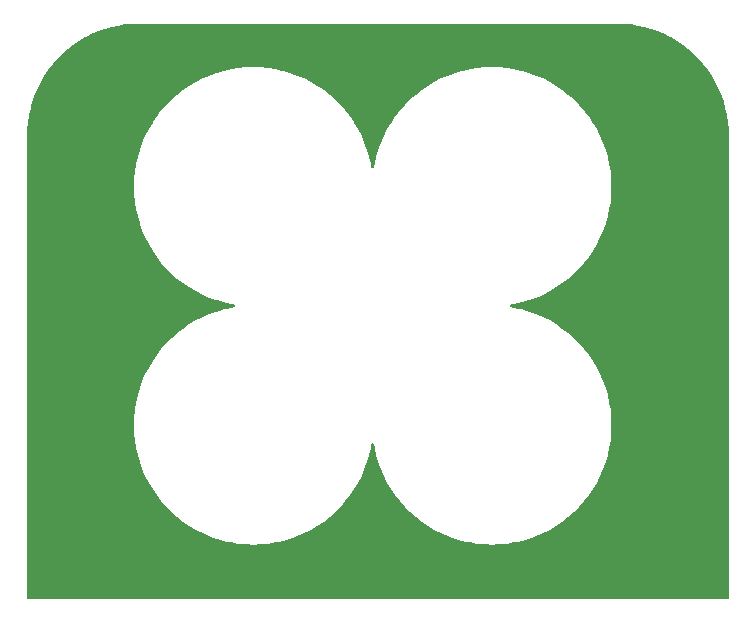
<source format=gbr>
%TF.GenerationSoftware,KiCad,Pcbnew,6.0.4-6f826c9f35~116~ubuntu20.04.1*%
%TF.CreationDate,2022-07-25T08:17:11+00:00*%
%TF.ProjectId,4XLTO1865V02A,34584c54-4f31-4383-9635-563032412e6b,rev?*%
%TF.SameCoordinates,Original*%
%TF.FileFunction,Copper,L1,Top*%
%TF.FilePolarity,Positive*%
%FSLAX46Y46*%
G04 Gerber Fmt 4.6, Leading zero omitted, Abs format (unit mm)*
G04 Created by KiCad (PCBNEW 6.0.4-6f826c9f35~116~ubuntu20.04.1) date 2022-07-25 08:17:11*
%MOMM*%
%LPD*%
G01*
G04 APERTURE LIST*
%TA.AperFunction,ComponentPad*%
%ADD10R,1.524000X1.524000*%
%TD*%
G04 APERTURE END LIST*
D10*
%TO.P,J2,1*%
%TO.N,GND*%
X9810000Y4500000D03*
%TO.P,J2,2*%
X7270000Y4500000D03*
%TO.P,J2,3*%
X4730000Y4500000D03*
%TO.P,J2,4*%
X2190000Y4500000D03*
%TD*%
%TO.P,J3,1*%
%TO.N,GND*%
X58770000Y4500000D03*
%TO.P,J3,2*%
X56230000Y4500000D03*
%TO.P,J3,3*%
X53690000Y4500000D03*
%TO.P,J3,4*%
X51150000Y4500000D03*
%TD*%
%TA.AperFunction,Conductor*%
%TO.N,GND*%
G36*
X50676057Y49490500D02*
G01*
X50690858Y49488195D01*
X50690861Y49488195D01*
X50699730Y49486814D01*
X50708632Y49487978D01*
X50708634Y49487978D01*
X50717974Y49489200D01*
X50722810Y49489832D01*
X50743103Y49490834D01*
X50827046Y49488196D01*
X51298050Y49473394D01*
X51305950Y49472897D01*
X51641627Y49441166D01*
X51891729Y49417525D01*
X51899564Y49416535D01*
X52480718Y49324490D01*
X52488486Y49323007D01*
X53062707Y49194653D01*
X53070374Y49192685D01*
X53340915Y49114086D01*
X53635399Y49028530D01*
X53642902Y49026092D01*
X54196528Y48826775D01*
X54203856Y48823873D01*
X54743876Y48590186D01*
X54751008Y48586830D01*
X55187378Y48364488D01*
X55275277Y48319701D01*
X55282213Y48315888D01*
X55788669Y48016371D01*
X55795352Y48012129D01*
X56281985Y47681414D01*
X56288376Y47676772D01*
X56753315Y47316128D01*
X56759394Y47311098D01*
X57200756Y46921985D01*
X57206526Y46916566D01*
X57622566Y46500526D01*
X57627985Y46494756D01*
X58017098Y46053394D01*
X58022128Y46047315D01*
X58382772Y45582376D01*
X58387414Y45575985D01*
X58718129Y45089352D01*
X58722371Y45082669D01*
X59021888Y44576213D01*
X59025701Y44569277D01*
X59032202Y44556519D01*
X59292830Y44045008D01*
X59296186Y44037876D01*
X59529873Y43497856D01*
X59532775Y43490528D01*
X59663441Y43127589D01*
X59732088Y42936915D01*
X59734534Y42929387D01*
X59898685Y42364374D01*
X59900653Y42356707D01*
X60029007Y41782486D01*
X60030490Y41774718D01*
X60051808Y41640123D01*
X60122534Y41193573D01*
X60123525Y41185729D01*
X60130554Y41111368D01*
X60178897Y40599950D01*
X60179394Y40592050D01*
X60196596Y40044668D01*
X60195158Y40021327D01*
X60192814Y40006270D01*
X60193978Y39997368D01*
X60193978Y39997365D01*
X60196936Y39974749D01*
X60198000Y39958411D01*
X60198000Y888000D01*
X60177998Y819879D01*
X60124342Y773386D01*
X60072000Y762000D01*
X888000Y762000D01*
X819879Y782002D01*
X773386Y835658D01*
X762000Y888000D01*
X762000Y15494000D01*
X9818510Y15494000D01*
X9838467Y14858969D01*
X9898258Y14226444D01*
X9997648Y13598921D01*
X10136244Y12978877D01*
X10313499Y12368760D01*
X10314162Y12366919D01*
X10314167Y12366903D01*
X10528046Y11772834D01*
X10528715Y11770976D01*
X10781041Y11187885D01*
X11069481Y10621789D01*
X11392898Y10074921D01*
X11750015Y9549440D01*
X12139422Y9047419D01*
X12559583Y8570840D01*
X13008840Y8121583D01*
X13485419Y7701422D01*
X13987440Y7312015D01*
X14512921Y6954898D01*
X15059789Y6631481D01*
X15625885Y6343041D01*
X16208976Y6090715D01*
X16210832Y6090047D01*
X16210834Y6090046D01*
X16804903Y5876167D01*
X16804919Y5876162D01*
X16806760Y5875499D01*
X16808642Y5874952D01*
X16808655Y5874948D01*
X17414970Y5698798D01*
X17416877Y5698244D01*
X17418797Y5697815D01*
X17418808Y5697812D01*
X17726899Y5628946D01*
X18036921Y5559648D01*
X18038877Y5559338D01*
X18038878Y5559338D01*
X18662485Y5460568D01*
X18662494Y5460567D01*
X18664444Y5460258D01*
X18666413Y5460072D01*
X18666420Y5460071D01*
X19295018Y5400651D01*
X19295031Y5400650D01*
X19296969Y5400467D01*
X19298914Y5400406D01*
X19298928Y5400405D01*
X19582725Y5391487D01*
X19773218Y5385500D01*
X20090782Y5385500D01*
X20281275Y5391487D01*
X20565072Y5400405D01*
X20565086Y5400406D01*
X20567031Y5400467D01*
X20568969Y5400650D01*
X20568982Y5400651D01*
X21197580Y5460071D01*
X21197587Y5460072D01*
X21199556Y5460258D01*
X21201506Y5460567D01*
X21201515Y5460568D01*
X21825122Y5559338D01*
X21825123Y5559338D01*
X21827079Y5559648D01*
X22137101Y5628946D01*
X22445192Y5697812D01*
X22445203Y5697815D01*
X22447123Y5698244D01*
X22449030Y5698798D01*
X23055345Y5874948D01*
X23055358Y5874952D01*
X23057240Y5875499D01*
X23059081Y5876162D01*
X23059097Y5876167D01*
X23653166Y6090046D01*
X23653168Y6090047D01*
X23655024Y6090715D01*
X24238115Y6343041D01*
X24804211Y6631481D01*
X25351079Y6954898D01*
X25876560Y7312015D01*
X26378581Y7701422D01*
X26855160Y8121583D01*
X27304417Y8570840D01*
X27724578Y9047419D01*
X28113985Y9549440D01*
X28471102Y10074921D01*
X28794519Y10621789D01*
X29082959Y11187885D01*
X29335285Y11770976D01*
X29335954Y11772834D01*
X29549833Y12366903D01*
X29549838Y12366919D01*
X29550501Y12368760D01*
X29727756Y12978877D01*
X29866352Y13598921D01*
X29907551Y13859041D01*
X29937964Y13923194D01*
X29998232Y13960721D01*
X30069221Y13959707D01*
X30128393Y13920474D01*
X30156449Y13859041D01*
X30197648Y13598921D01*
X30336244Y12978877D01*
X30513499Y12368760D01*
X30514162Y12366919D01*
X30514167Y12366903D01*
X30728046Y11772834D01*
X30728715Y11770976D01*
X30981041Y11187885D01*
X31269481Y10621789D01*
X31592898Y10074921D01*
X31950015Y9549440D01*
X32339422Y9047419D01*
X32759583Y8570840D01*
X33208840Y8121583D01*
X33685419Y7701422D01*
X34187440Y7312015D01*
X34712921Y6954898D01*
X35259789Y6631481D01*
X35825885Y6343041D01*
X36408976Y6090715D01*
X36410832Y6090047D01*
X36410834Y6090046D01*
X37004903Y5876167D01*
X37004919Y5876162D01*
X37006760Y5875499D01*
X37008642Y5874952D01*
X37008655Y5874948D01*
X37614970Y5698798D01*
X37616877Y5698244D01*
X37618797Y5697815D01*
X37618808Y5697812D01*
X37926899Y5628946D01*
X38236921Y5559648D01*
X38238877Y5559338D01*
X38238878Y5559338D01*
X38862485Y5460568D01*
X38862494Y5460567D01*
X38864444Y5460258D01*
X38866413Y5460072D01*
X38866420Y5460071D01*
X39495018Y5400651D01*
X39495031Y5400650D01*
X39496969Y5400467D01*
X39498914Y5400406D01*
X39498928Y5400405D01*
X39782725Y5391487D01*
X39973218Y5385500D01*
X40290782Y5385500D01*
X40481275Y5391487D01*
X40765072Y5400405D01*
X40765086Y5400406D01*
X40767031Y5400467D01*
X40768969Y5400650D01*
X40768982Y5400651D01*
X41397580Y5460071D01*
X41397587Y5460072D01*
X41399556Y5460258D01*
X41401506Y5460567D01*
X41401515Y5460568D01*
X42025122Y5559338D01*
X42025123Y5559338D01*
X42027079Y5559648D01*
X42337101Y5628946D01*
X42645192Y5697812D01*
X42645203Y5697815D01*
X42647123Y5698244D01*
X42649030Y5698798D01*
X43255345Y5874948D01*
X43255358Y5874952D01*
X43257240Y5875499D01*
X43259081Y5876162D01*
X43259097Y5876167D01*
X43853166Y6090046D01*
X43853168Y6090047D01*
X43855024Y6090715D01*
X44438115Y6343041D01*
X45004211Y6631481D01*
X45551079Y6954898D01*
X46076560Y7312015D01*
X46578581Y7701422D01*
X47055160Y8121583D01*
X47504417Y8570840D01*
X47924578Y9047419D01*
X48313985Y9549440D01*
X48671102Y10074921D01*
X48994519Y10621789D01*
X49282959Y11187885D01*
X49535285Y11770976D01*
X49535954Y11772834D01*
X49749833Y12366903D01*
X49749838Y12366919D01*
X49750501Y12368760D01*
X49927756Y12978877D01*
X50066352Y13598921D01*
X50165742Y14226444D01*
X50225533Y14858969D01*
X50245490Y15494000D01*
X50225533Y16129031D01*
X50165742Y16761556D01*
X50066352Y17389079D01*
X49927756Y18009123D01*
X49750501Y18619240D01*
X49749838Y18621081D01*
X49749833Y18621097D01*
X49535954Y19215166D01*
X49535953Y19215168D01*
X49535285Y19217024D01*
X49282959Y19800115D01*
X48994519Y20366211D01*
X48671102Y20913079D01*
X48313985Y21438560D01*
X47924578Y21940581D01*
X47504417Y22417160D01*
X47055160Y22866417D01*
X46578581Y23286578D01*
X46076560Y23675985D01*
X45551079Y24033102D01*
X45004211Y24356519D01*
X44438115Y24644959D01*
X43855024Y24897285D01*
X43853166Y24897954D01*
X43259097Y25111833D01*
X43259081Y25111838D01*
X43257240Y25112501D01*
X43255358Y25113048D01*
X43255345Y25113052D01*
X42649030Y25289202D01*
X42649029Y25289202D01*
X42647123Y25289756D01*
X42645203Y25290185D01*
X42645192Y25290188D01*
X42337101Y25359054D01*
X42027079Y25428352D01*
X41766959Y25469551D01*
X41702806Y25499964D01*
X41665279Y25560232D01*
X41666293Y25631221D01*
X41705526Y25690393D01*
X41766959Y25718449D01*
X42025122Y25759338D01*
X42025123Y25759338D01*
X42027079Y25759648D01*
X42337101Y25828946D01*
X42645192Y25897812D01*
X42645203Y25897815D01*
X42647123Y25898244D01*
X42649030Y25898798D01*
X43255345Y26074948D01*
X43255358Y26074952D01*
X43257240Y26075499D01*
X43259081Y26076162D01*
X43259097Y26076167D01*
X43853166Y26290046D01*
X43853168Y26290047D01*
X43855024Y26290715D01*
X44438115Y26543041D01*
X45004211Y26831481D01*
X45551079Y27154898D01*
X46076560Y27512015D01*
X46578581Y27901422D01*
X47055160Y28321583D01*
X47504417Y28770840D01*
X47924578Y29247419D01*
X48313985Y29749440D01*
X48671102Y30274921D01*
X48994519Y30821789D01*
X49282959Y31387885D01*
X49535285Y31970976D01*
X49535954Y31972834D01*
X49749833Y32566903D01*
X49749838Y32566919D01*
X49750501Y32568760D01*
X49927756Y33178877D01*
X50066352Y33798921D01*
X50165742Y34426444D01*
X50225533Y35058969D01*
X50245490Y35694000D01*
X50225533Y36329031D01*
X50165742Y36961556D01*
X50066352Y37589079D01*
X49927756Y38209123D01*
X49750501Y38819240D01*
X49749838Y38821081D01*
X49749833Y38821097D01*
X49535954Y39415166D01*
X49535953Y39415168D01*
X49535285Y39417024D01*
X49301479Y39957319D01*
X49283741Y39998308D01*
X49283740Y39998309D01*
X49282959Y40000115D01*
X48994519Y40566211D01*
X48671102Y41113079D01*
X48621735Y41185720D01*
X48315097Y41636924D01*
X48315094Y41636928D01*
X48313985Y41638560D01*
X48205341Y41778624D01*
X47925791Y42139017D01*
X47924578Y42140581D01*
X47504417Y42617160D01*
X47055160Y43066417D01*
X46578581Y43486578D01*
X46429808Y43601978D01*
X46078123Y43874773D01*
X46078115Y43874779D01*
X46076560Y43875985D01*
X45827829Y44045023D01*
X45552714Y44231991D01*
X45552711Y44231993D01*
X45551079Y44233102D01*
X45004211Y44556519D01*
X44438115Y44844959D01*
X43855024Y45097285D01*
X43853166Y45097954D01*
X43259097Y45311833D01*
X43259081Y45311838D01*
X43257240Y45312501D01*
X43255358Y45313048D01*
X43255345Y45313052D01*
X42649030Y45489202D01*
X42649029Y45489202D01*
X42647123Y45489756D01*
X42645203Y45490185D01*
X42645192Y45490188D01*
X42246713Y45579258D01*
X42027079Y45628352D01*
X42025122Y45628662D01*
X41401515Y45727432D01*
X41401506Y45727433D01*
X41399556Y45727742D01*
X41397587Y45727928D01*
X41397580Y45727929D01*
X40768982Y45787349D01*
X40768969Y45787350D01*
X40767031Y45787533D01*
X40765086Y45787594D01*
X40765072Y45787595D01*
X40481275Y45796513D01*
X40290782Y45802500D01*
X39973218Y45802500D01*
X39782725Y45796513D01*
X39498928Y45787595D01*
X39498914Y45787594D01*
X39496969Y45787533D01*
X39495031Y45787350D01*
X39495018Y45787349D01*
X38866420Y45727929D01*
X38866413Y45727928D01*
X38864444Y45727742D01*
X38862494Y45727433D01*
X38862485Y45727432D01*
X38238878Y45628662D01*
X38236921Y45628352D01*
X38017287Y45579258D01*
X37618808Y45490188D01*
X37618797Y45490185D01*
X37616877Y45489756D01*
X37614971Y45489202D01*
X37614970Y45489202D01*
X37008655Y45313052D01*
X37008642Y45313048D01*
X37006760Y45312501D01*
X37004919Y45311838D01*
X37004903Y45311833D01*
X36410834Y45097954D01*
X36408976Y45097285D01*
X35825885Y44844959D01*
X35259789Y44556519D01*
X34712921Y44233102D01*
X34711289Y44231993D01*
X34711286Y44231991D01*
X34436172Y44045023D01*
X34187440Y43875985D01*
X34185885Y43874779D01*
X34185877Y43874773D01*
X33834192Y43601978D01*
X33685419Y43486578D01*
X33208840Y43066417D01*
X32759583Y42617160D01*
X32339422Y42140581D01*
X32338209Y42139017D01*
X32058660Y41778624D01*
X31950015Y41638560D01*
X31948906Y41636928D01*
X31948903Y41636924D01*
X31642265Y41185720D01*
X31592898Y41113079D01*
X31269481Y40566211D01*
X30981041Y40000115D01*
X30980260Y39998309D01*
X30980259Y39998308D01*
X30962522Y39957319D01*
X30728715Y39417024D01*
X30728047Y39415168D01*
X30728046Y39415166D01*
X30514167Y38821097D01*
X30514162Y38821081D01*
X30513499Y38819240D01*
X30336244Y38209123D01*
X30197648Y37589079D01*
X30197338Y37587123D01*
X30197338Y37587122D01*
X30156449Y37328959D01*
X30126036Y37264806D01*
X30065768Y37227279D01*
X29994779Y37228293D01*
X29935607Y37267526D01*
X29907551Y37328959D01*
X29866662Y37587122D01*
X29866662Y37587123D01*
X29866352Y37589079D01*
X29727756Y38209123D01*
X29550501Y38819240D01*
X29549838Y38821081D01*
X29549833Y38821097D01*
X29335954Y39415166D01*
X29335953Y39415168D01*
X29335285Y39417024D01*
X29101479Y39957319D01*
X29083741Y39998308D01*
X29083740Y39998309D01*
X29082959Y40000115D01*
X28794519Y40566211D01*
X28471102Y41113079D01*
X28421735Y41185720D01*
X28115097Y41636924D01*
X28115094Y41636928D01*
X28113985Y41638560D01*
X28005341Y41778624D01*
X27725791Y42139017D01*
X27724578Y42140581D01*
X27304417Y42617160D01*
X26855160Y43066417D01*
X26378581Y43486578D01*
X26229808Y43601978D01*
X25878123Y43874773D01*
X25878115Y43874779D01*
X25876560Y43875985D01*
X25627829Y44045023D01*
X25352714Y44231991D01*
X25352711Y44231993D01*
X25351079Y44233102D01*
X24804211Y44556519D01*
X24238115Y44844959D01*
X23655024Y45097285D01*
X23653166Y45097954D01*
X23059097Y45311833D01*
X23059081Y45311838D01*
X23057240Y45312501D01*
X23055358Y45313048D01*
X23055345Y45313052D01*
X22449030Y45489202D01*
X22449029Y45489202D01*
X22447123Y45489756D01*
X22445203Y45490185D01*
X22445192Y45490188D01*
X22046713Y45579258D01*
X21827079Y45628352D01*
X21825122Y45628662D01*
X21201515Y45727432D01*
X21201506Y45727433D01*
X21199556Y45727742D01*
X21197587Y45727928D01*
X21197580Y45727929D01*
X20568982Y45787349D01*
X20568969Y45787350D01*
X20567031Y45787533D01*
X20565086Y45787594D01*
X20565072Y45787595D01*
X20281275Y45796513D01*
X20090782Y45802500D01*
X19773218Y45802500D01*
X19582725Y45796513D01*
X19298928Y45787595D01*
X19298914Y45787594D01*
X19296969Y45787533D01*
X19295031Y45787350D01*
X19295018Y45787349D01*
X18666420Y45727929D01*
X18666413Y45727928D01*
X18664444Y45727742D01*
X18662494Y45727433D01*
X18662485Y45727432D01*
X18038878Y45628662D01*
X18036921Y45628352D01*
X17817287Y45579258D01*
X17418808Y45490188D01*
X17418797Y45490185D01*
X17416877Y45489756D01*
X17414971Y45489202D01*
X17414970Y45489202D01*
X16808655Y45313052D01*
X16808642Y45313048D01*
X16806760Y45312501D01*
X16804919Y45311838D01*
X16804903Y45311833D01*
X16210834Y45097954D01*
X16208976Y45097285D01*
X15625885Y44844959D01*
X15059789Y44556519D01*
X14512921Y44233102D01*
X14511289Y44231993D01*
X14511286Y44231991D01*
X14236172Y44045023D01*
X13987440Y43875985D01*
X13985885Y43874779D01*
X13985877Y43874773D01*
X13634192Y43601978D01*
X13485419Y43486578D01*
X13008840Y43066417D01*
X12559583Y42617160D01*
X12139422Y42140581D01*
X12138209Y42139017D01*
X11858660Y41778624D01*
X11750015Y41638560D01*
X11748906Y41636928D01*
X11748903Y41636924D01*
X11442265Y41185720D01*
X11392898Y41113079D01*
X11069481Y40566211D01*
X10781041Y40000115D01*
X10780260Y39998309D01*
X10780259Y39998308D01*
X10762522Y39957319D01*
X10528715Y39417024D01*
X10528047Y39415168D01*
X10528046Y39415166D01*
X10314167Y38821097D01*
X10314162Y38821081D01*
X10313499Y38819240D01*
X10136244Y38209123D01*
X9997648Y37589079D01*
X9898258Y36961556D01*
X9838467Y36329031D01*
X9818510Y35694000D01*
X9838467Y35058969D01*
X9898258Y34426444D01*
X9997648Y33798921D01*
X10136244Y33178877D01*
X10313499Y32568760D01*
X10314162Y32566919D01*
X10314167Y32566903D01*
X10528046Y31972834D01*
X10528715Y31970976D01*
X10781041Y31387885D01*
X11069481Y30821789D01*
X11392898Y30274921D01*
X11750015Y29749440D01*
X12139422Y29247419D01*
X12559583Y28770840D01*
X13008840Y28321583D01*
X13485419Y27901422D01*
X13987440Y27512015D01*
X14512921Y27154898D01*
X15059789Y26831481D01*
X15625885Y26543041D01*
X16208976Y26290715D01*
X16210832Y26290047D01*
X16210834Y26290046D01*
X16804903Y26076167D01*
X16804919Y26076162D01*
X16806760Y26075499D01*
X16808642Y26074952D01*
X16808655Y26074948D01*
X17414970Y25898798D01*
X17416877Y25898244D01*
X17418797Y25897815D01*
X17418808Y25897812D01*
X17726899Y25828946D01*
X18036921Y25759648D01*
X18038877Y25759338D01*
X18038878Y25759338D01*
X18297041Y25718449D01*
X18361194Y25688036D01*
X18398721Y25627768D01*
X18397707Y25556779D01*
X18358474Y25497607D01*
X18297041Y25469551D01*
X18036921Y25428352D01*
X17726899Y25359054D01*
X17418808Y25290188D01*
X17418797Y25290185D01*
X17416877Y25289756D01*
X17414971Y25289202D01*
X17414970Y25289202D01*
X16808655Y25113052D01*
X16808642Y25113048D01*
X16806760Y25112501D01*
X16804919Y25111838D01*
X16804903Y25111833D01*
X16210834Y24897954D01*
X16208976Y24897285D01*
X15625885Y24644959D01*
X15059789Y24356519D01*
X14512921Y24033102D01*
X13987440Y23675985D01*
X13485419Y23286578D01*
X13008840Y22866417D01*
X12559583Y22417160D01*
X12139422Y21940581D01*
X11750015Y21438560D01*
X11392898Y20913079D01*
X11069481Y20366211D01*
X10781041Y19800115D01*
X10528715Y19217024D01*
X10528047Y19215168D01*
X10528046Y19215166D01*
X10314167Y18621097D01*
X10314162Y18621081D01*
X10313499Y18619240D01*
X10136244Y18009123D01*
X9997648Y17389079D01*
X9898258Y16761556D01*
X9838467Y16129031D01*
X9818510Y15494000D01*
X762000Y15494000D01*
X762000Y39950672D01*
X763500Y39970057D01*
X765805Y39984858D01*
X765805Y39984861D01*
X767186Y39993730D01*
X764168Y40016810D01*
X763166Y40037104D01*
X780606Y40592050D01*
X781103Y40599950D01*
X829446Y41111368D01*
X836475Y41185729D01*
X837466Y41193573D01*
X908193Y41640123D01*
X929510Y41774718D01*
X930993Y41782486D01*
X1059347Y42356707D01*
X1061315Y42364374D01*
X1225466Y42929387D01*
X1227912Y42936915D01*
X1296559Y43127589D01*
X1427225Y43490528D01*
X1430127Y43497856D01*
X1663814Y44037876D01*
X1667170Y44045008D01*
X1927798Y44556519D01*
X1934299Y44569277D01*
X1938112Y44576213D01*
X2237629Y45082669D01*
X2241871Y45089352D01*
X2572586Y45575985D01*
X2577228Y45582376D01*
X2937872Y46047315D01*
X2942902Y46053394D01*
X3332015Y46494756D01*
X3337434Y46500526D01*
X3753474Y46916566D01*
X3759244Y46921985D01*
X4200606Y47311098D01*
X4206685Y47316128D01*
X4671624Y47676772D01*
X4678015Y47681414D01*
X5164648Y48012129D01*
X5171331Y48016371D01*
X5677787Y48315888D01*
X5684723Y48319701D01*
X5772622Y48364488D01*
X6208992Y48586830D01*
X6216124Y48590186D01*
X6756144Y48823873D01*
X6763472Y48826775D01*
X7317098Y49026092D01*
X7324601Y49028530D01*
X7619085Y49114086D01*
X7889626Y49192685D01*
X7897293Y49194653D01*
X8471514Y49323007D01*
X8479282Y49324490D01*
X9060436Y49416535D01*
X9068271Y49417525D01*
X9318373Y49441166D01*
X9654050Y49472897D01*
X9661950Y49473394D01*
X10209332Y49490596D01*
X10232673Y49489158D01*
X10236411Y49488576D01*
X10247730Y49486814D01*
X10256632Y49487978D01*
X10256635Y49487978D01*
X10279251Y49490936D01*
X10295589Y49492000D01*
X50656672Y49492000D01*
X50676057Y49490500D01*
G37*
%TD.AperFunction*%
%TD*%
M02*

</source>
